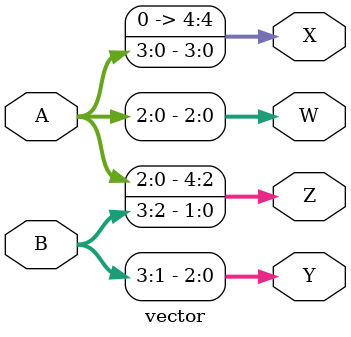
<source format=v>

module vector (A, B, W, X, Y, Z);
input  [3:0] A;       		// A ¥|¦ì¤¸¿é¤J
input  [4:0] B;        		// B ¤­¦ì¤¸¿é¤J
output [2:0] W;       		// W ¤T¦ì¤¸¿é¥X 
output [4:0] X;   		// X ¤­¦ì¤¸¿é¥X 
output [2:0] Y;   		// Y ¤T¦ì¤¸¿é¥X 
output [4:0] Z;   		// Z ¤­¦ì¤¸¿é¥X 

assign W = A;			// A[3] ³Q²¤¥h
assign X = A; 			// X[4] ¸É 0 
assign Y = B[3:1];		// ³¡¤À¦s¨ú	Y2  Y1  Y0
				//              B3  B2  B1
assign Z = {A[2:0],B[3:2]};	// ­«²Õ		Z4  Z3  Z2  Z1  Z0
				//              A2  A1  A0  B3  B2
endmodule

</source>
